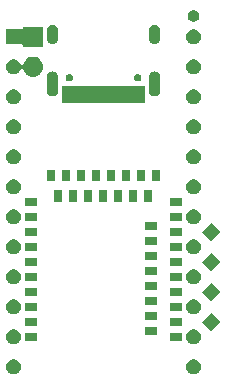
<source format=gbr>
G04 #@! TF.GenerationSoftware,KiCad,Pcbnew,(5.0.0)*
G04 #@! TF.CreationDate,2020-11-29T09:19:22-06:00*
G04 #@! TF.ProjectId,BlueMicro840,426C75654D6963726F3834302E6B6963,rev?*
G04 #@! TF.SameCoordinates,Original*
G04 #@! TF.FileFunction,Soldermask,Bot*
G04 #@! TF.FilePolarity,Negative*
%FSLAX46Y46*%
G04 Gerber Fmt 4.6, Leading zero omitted, Abs format (unit mm)*
G04 Created by KiCad (PCBNEW (5.0.0)) date 11/29/20 09:19:22*
%MOMM*%
%LPD*%
G01*
G04 APERTURE LIST*
%ADD10C,0.100000*%
G04 APERTURE END LIST*
D10*
G36*
X111606756Y-139682178D02*
X111722317Y-139730045D01*
X111826325Y-139799541D01*
X111914767Y-139887983D01*
X111984263Y-139991991D01*
X112032130Y-140107552D01*
X112056533Y-140230234D01*
X112056533Y-140355316D01*
X112032130Y-140477998D01*
X111984263Y-140593559D01*
X111914767Y-140697567D01*
X111826325Y-140786009D01*
X111722317Y-140855505D01*
X111606756Y-140903372D01*
X111484075Y-140927775D01*
X111358991Y-140927775D01*
X111236310Y-140903372D01*
X111120749Y-140855505D01*
X111016741Y-140786009D01*
X110928299Y-140697567D01*
X110858803Y-140593559D01*
X110810936Y-140477998D01*
X110786533Y-140355316D01*
X110786533Y-140230234D01*
X110810936Y-140107552D01*
X110858803Y-139991991D01*
X110928299Y-139887983D01*
X111016741Y-139799541D01*
X111120749Y-139730045D01*
X111236310Y-139682178D01*
X111358991Y-139657775D01*
X111484075Y-139657775D01*
X111606756Y-139682178D01*
X111606756Y-139682178D01*
G37*
G36*
X96366756Y-139682178D02*
X96482317Y-139730045D01*
X96586325Y-139799541D01*
X96674767Y-139887983D01*
X96744263Y-139991991D01*
X96792130Y-140107552D01*
X96816533Y-140230234D01*
X96816533Y-140355316D01*
X96792130Y-140477998D01*
X96744263Y-140593559D01*
X96674767Y-140697567D01*
X96586325Y-140786009D01*
X96482317Y-140855505D01*
X96366756Y-140903372D01*
X96244075Y-140927775D01*
X96118991Y-140927775D01*
X95996310Y-140903372D01*
X95880749Y-140855505D01*
X95776741Y-140786009D01*
X95688299Y-140697567D01*
X95618803Y-140593559D01*
X95570936Y-140477998D01*
X95546533Y-140355316D01*
X95546533Y-140230234D01*
X95570936Y-140107552D01*
X95618803Y-139991991D01*
X95688299Y-139887983D01*
X95776741Y-139799541D01*
X95880749Y-139730045D01*
X95996310Y-139682178D01*
X96118991Y-139657775D01*
X96244075Y-139657775D01*
X96366756Y-139682178D01*
X96366756Y-139682178D01*
G37*
G36*
X96366756Y-137142178D02*
X96482317Y-137190045D01*
X96586325Y-137259541D01*
X96674767Y-137347983D01*
X96744263Y-137451991D01*
X96792130Y-137567552D01*
X96816533Y-137690234D01*
X96816533Y-137815316D01*
X96792130Y-137937998D01*
X96744263Y-138053559D01*
X96674767Y-138157567D01*
X96586325Y-138246009D01*
X96482317Y-138315505D01*
X96366756Y-138363372D01*
X96244075Y-138387775D01*
X96118991Y-138387775D01*
X95996310Y-138363372D01*
X95880749Y-138315505D01*
X95776741Y-138246009D01*
X95688299Y-138157567D01*
X95618803Y-138053559D01*
X95570936Y-137937998D01*
X95546533Y-137815316D01*
X95546533Y-137690234D01*
X95570936Y-137567552D01*
X95618803Y-137451991D01*
X95688299Y-137347983D01*
X95776741Y-137259541D01*
X95880749Y-137190045D01*
X95996310Y-137142178D01*
X96118991Y-137117775D01*
X96244075Y-137117775D01*
X96366756Y-137142178D01*
X96366756Y-137142178D01*
G37*
G36*
X111606756Y-137142178D02*
X111722317Y-137190045D01*
X111826325Y-137259541D01*
X111914767Y-137347983D01*
X111984263Y-137451991D01*
X112032130Y-137567552D01*
X112056533Y-137690234D01*
X112056533Y-137815316D01*
X112032130Y-137937998D01*
X111984263Y-138053559D01*
X111914767Y-138157567D01*
X111826325Y-138246009D01*
X111722317Y-138315505D01*
X111606756Y-138363372D01*
X111484075Y-138387775D01*
X111358991Y-138387775D01*
X111236310Y-138363372D01*
X111120749Y-138315505D01*
X111016741Y-138246009D01*
X110928299Y-138157567D01*
X110858803Y-138053559D01*
X110810936Y-137937998D01*
X110786533Y-137815316D01*
X110786533Y-137690234D01*
X110810936Y-137567552D01*
X110858803Y-137451991D01*
X110928299Y-137347983D01*
X111016741Y-137259541D01*
X111120749Y-137190045D01*
X111236310Y-137142178D01*
X111358991Y-137117775D01*
X111484075Y-137117775D01*
X111606756Y-137142178D01*
X111606756Y-137142178D01*
G37*
G36*
X110420533Y-138077775D02*
X109420533Y-138077775D01*
X109420533Y-137427775D01*
X110420533Y-137427775D01*
X110420533Y-138077775D01*
X110420533Y-138077775D01*
G37*
G36*
X98182533Y-138077775D02*
X97182533Y-138077775D01*
X97182533Y-137427775D01*
X98182533Y-137427775D01*
X98182533Y-138077775D01*
X98182533Y-138077775D01*
G37*
G36*
X108342533Y-137569775D02*
X107342533Y-137569775D01*
X107342533Y-136919775D01*
X108342533Y-136919775D01*
X108342533Y-137569775D01*
X108342533Y-137569775D01*
G37*
G36*
X113723351Y-136482775D02*
X112945533Y-137260593D01*
X112167715Y-136482775D01*
X112945533Y-135704957D01*
X113723351Y-136482775D01*
X113723351Y-136482775D01*
G37*
G36*
X98182533Y-136807775D02*
X97182533Y-136807775D01*
X97182533Y-136157775D01*
X98182533Y-136157775D01*
X98182533Y-136807775D01*
X98182533Y-136807775D01*
G37*
G36*
X110420533Y-136807775D02*
X109420533Y-136807775D01*
X109420533Y-136157775D01*
X110420533Y-136157775D01*
X110420533Y-136807775D01*
X110420533Y-136807775D01*
G37*
G36*
X108342533Y-136299775D02*
X107342533Y-136299775D01*
X107342533Y-135649775D01*
X108342533Y-135649775D01*
X108342533Y-136299775D01*
X108342533Y-136299775D01*
G37*
G36*
X96366756Y-134602178D02*
X96482317Y-134650045D01*
X96586325Y-134719541D01*
X96674767Y-134807983D01*
X96744263Y-134911991D01*
X96792130Y-135027552D01*
X96816533Y-135150234D01*
X96816533Y-135275316D01*
X96792130Y-135397998D01*
X96744263Y-135513559D01*
X96674767Y-135617567D01*
X96586325Y-135706009D01*
X96482317Y-135775505D01*
X96366756Y-135823372D01*
X96244075Y-135847775D01*
X96118991Y-135847775D01*
X95996310Y-135823372D01*
X95880749Y-135775505D01*
X95776741Y-135706009D01*
X95688299Y-135617567D01*
X95618803Y-135513559D01*
X95570936Y-135397998D01*
X95546533Y-135275316D01*
X95546533Y-135150234D01*
X95570936Y-135027552D01*
X95618803Y-134911991D01*
X95688299Y-134807983D01*
X95776741Y-134719541D01*
X95880749Y-134650045D01*
X95996310Y-134602178D01*
X96118991Y-134577775D01*
X96244075Y-134577775D01*
X96366756Y-134602178D01*
X96366756Y-134602178D01*
G37*
G36*
X111606756Y-134602178D02*
X111722317Y-134650045D01*
X111826325Y-134719541D01*
X111914767Y-134807983D01*
X111984263Y-134911991D01*
X112032130Y-135027552D01*
X112056533Y-135150234D01*
X112056533Y-135275316D01*
X112032130Y-135397998D01*
X111984263Y-135513559D01*
X111914767Y-135617567D01*
X111826325Y-135706009D01*
X111722317Y-135775505D01*
X111606756Y-135823372D01*
X111484075Y-135847775D01*
X111358991Y-135847775D01*
X111236310Y-135823372D01*
X111120749Y-135775505D01*
X111016741Y-135706009D01*
X110928299Y-135617567D01*
X110858803Y-135513559D01*
X110810936Y-135397998D01*
X110786533Y-135275316D01*
X110786533Y-135150234D01*
X110810936Y-135027552D01*
X110858803Y-134911991D01*
X110928299Y-134807983D01*
X111016741Y-134719541D01*
X111120749Y-134650045D01*
X111236310Y-134602178D01*
X111358991Y-134577775D01*
X111484075Y-134577775D01*
X111606756Y-134602178D01*
X111606756Y-134602178D01*
G37*
G36*
X98182533Y-135537775D02*
X97182533Y-135537775D01*
X97182533Y-134887775D01*
X98182533Y-134887775D01*
X98182533Y-135537775D01*
X98182533Y-135537775D01*
G37*
G36*
X110420533Y-135537775D02*
X109420533Y-135537775D01*
X109420533Y-134887775D01*
X110420533Y-134887775D01*
X110420533Y-135537775D01*
X110420533Y-135537775D01*
G37*
G36*
X108342533Y-135029775D02*
X107342533Y-135029775D01*
X107342533Y-134379775D01*
X108342533Y-134379775D01*
X108342533Y-135029775D01*
X108342533Y-135029775D01*
G37*
G36*
X113723351Y-133942775D02*
X112945533Y-134720593D01*
X112167715Y-133942775D01*
X112945533Y-133164957D01*
X113723351Y-133942775D01*
X113723351Y-133942775D01*
G37*
G36*
X110420533Y-134267775D02*
X109420533Y-134267775D01*
X109420533Y-133617775D01*
X110420533Y-133617775D01*
X110420533Y-134267775D01*
X110420533Y-134267775D01*
G37*
G36*
X98182533Y-134267775D02*
X97182533Y-134267775D01*
X97182533Y-133617775D01*
X98182533Y-133617775D01*
X98182533Y-134267775D01*
X98182533Y-134267775D01*
G37*
G36*
X108342533Y-133759775D02*
X107342533Y-133759775D01*
X107342533Y-133109775D01*
X108342533Y-133109775D01*
X108342533Y-133759775D01*
X108342533Y-133759775D01*
G37*
G36*
X111606756Y-132062178D02*
X111722317Y-132110045D01*
X111826325Y-132179541D01*
X111914767Y-132267983D01*
X111984263Y-132371991D01*
X112032130Y-132487552D01*
X112056533Y-132610234D01*
X112056533Y-132735316D01*
X112032130Y-132857998D01*
X111984263Y-132973559D01*
X111914767Y-133077567D01*
X111826325Y-133166009D01*
X111722317Y-133235505D01*
X111606756Y-133283372D01*
X111484075Y-133307775D01*
X111358991Y-133307775D01*
X111236310Y-133283372D01*
X111120749Y-133235505D01*
X111016741Y-133166009D01*
X110928299Y-133077567D01*
X110858803Y-132973559D01*
X110810936Y-132857998D01*
X110786533Y-132735316D01*
X110786533Y-132610234D01*
X110810936Y-132487552D01*
X110858803Y-132371991D01*
X110928299Y-132267983D01*
X111016741Y-132179541D01*
X111120749Y-132110045D01*
X111236310Y-132062178D01*
X111358991Y-132037775D01*
X111484075Y-132037775D01*
X111606756Y-132062178D01*
X111606756Y-132062178D01*
G37*
G36*
X96366756Y-132062178D02*
X96482317Y-132110045D01*
X96586325Y-132179541D01*
X96674767Y-132267983D01*
X96744263Y-132371991D01*
X96792130Y-132487552D01*
X96816533Y-132610234D01*
X96816533Y-132735316D01*
X96792130Y-132857998D01*
X96744263Y-132973559D01*
X96674767Y-133077567D01*
X96586325Y-133166009D01*
X96482317Y-133235505D01*
X96366756Y-133283372D01*
X96244075Y-133307775D01*
X96118991Y-133307775D01*
X95996310Y-133283372D01*
X95880749Y-133235505D01*
X95776741Y-133166009D01*
X95688299Y-133077567D01*
X95618803Y-132973559D01*
X95570936Y-132857998D01*
X95546533Y-132735316D01*
X95546533Y-132610234D01*
X95570936Y-132487552D01*
X95618803Y-132371991D01*
X95688299Y-132267983D01*
X95776741Y-132179541D01*
X95880749Y-132110045D01*
X95996310Y-132062178D01*
X96118991Y-132037775D01*
X96244075Y-132037775D01*
X96366756Y-132062178D01*
X96366756Y-132062178D01*
G37*
G36*
X110420533Y-132997775D02*
X109420533Y-132997775D01*
X109420533Y-132347775D01*
X110420533Y-132347775D01*
X110420533Y-132997775D01*
X110420533Y-132997775D01*
G37*
G36*
X98182533Y-132997775D02*
X97182533Y-132997775D01*
X97182533Y-132347775D01*
X98182533Y-132347775D01*
X98182533Y-132997775D01*
X98182533Y-132997775D01*
G37*
G36*
X108342533Y-132489775D02*
X107342533Y-132489775D01*
X107342533Y-131839775D01*
X108342533Y-131839775D01*
X108342533Y-132489775D01*
X108342533Y-132489775D01*
G37*
G36*
X113723351Y-131402775D02*
X112945533Y-132180593D01*
X112167715Y-131402775D01*
X112945533Y-130624957D01*
X113723351Y-131402775D01*
X113723351Y-131402775D01*
G37*
G36*
X110420533Y-131727775D02*
X109420533Y-131727775D01*
X109420533Y-131077775D01*
X110420533Y-131077775D01*
X110420533Y-131727775D01*
X110420533Y-131727775D01*
G37*
G36*
X98182533Y-131727775D02*
X97182533Y-131727775D01*
X97182533Y-131077775D01*
X98182533Y-131077775D01*
X98182533Y-131727775D01*
X98182533Y-131727775D01*
G37*
G36*
X108342533Y-131219775D02*
X107342533Y-131219775D01*
X107342533Y-130569775D01*
X108342533Y-130569775D01*
X108342533Y-131219775D01*
X108342533Y-131219775D01*
G37*
G36*
X96366756Y-129522178D02*
X96482317Y-129570045D01*
X96586325Y-129639541D01*
X96674767Y-129727983D01*
X96744263Y-129831991D01*
X96792130Y-129947552D01*
X96816533Y-130070234D01*
X96816533Y-130195316D01*
X96792130Y-130317998D01*
X96744263Y-130433559D01*
X96674767Y-130537567D01*
X96586325Y-130626009D01*
X96482317Y-130695505D01*
X96366756Y-130743372D01*
X96244075Y-130767775D01*
X96118991Y-130767775D01*
X95996310Y-130743372D01*
X95880749Y-130695505D01*
X95776741Y-130626009D01*
X95688299Y-130537567D01*
X95618803Y-130433559D01*
X95570936Y-130317998D01*
X95546533Y-130195316D01*
X95546533Y-130070234D01*
X95570936Y-129947552D01*
X95618803Y-129831991D01*
X95688299Y-129727983D01*
X95776741Y-129639541D01*
X95880749Y-129570045D01*
X95996310Y-129522178D01*
X96118991Y-129497775D01*
X96244075Y-129497775D01*
X96366756Y-129522178D01*
X96366756Y-129522178D01*
G37*
G36*
X111606756Y-129522178D02*
X111722317Y-129570045D01*
X111826325Y-129639541D01*
X111914767Y-129727983D01*
X111984263Y-129831991D01*
X112032130Y-129947552D01*
X112056533Y-130070234D01*
X112056533Y-130195316D01*
X112032130Y-130317998D01*
X111984263Y-130433559D01*
X111914767Y-130537567D01*
X111826325Y-130626009D01*
X111722317Y-130695505D01*
X111606756Y-130743372D01*
X111484075Y-130767775D01*
X111358991Y-130767775D01*
X111236310Y-130743372D01*
X111120749Y-130695505D01*
X111016741Y-130626009D01*
X110928299Y-130537567D01*
X110858803Y-130433559D01*
X110810936Y-130317998D01*
X110786533Y-130195316D01*
X110786533Y-130070234D01*
X110810936Y-129947552D01*
X110858803Y-129831991D01*
X110928299Y-129727983D01*
X111016741Y-129639541D01*
X111120749Y-129570045D01*
X111236310Y-129522178D01*
X111358991Y-129497775D01*
X111484075Y-129497775D01*
X111606756Y-129522178D01*
X111606756Y-129522178D01*
G37*
G36*
X98182533Y-130457775D02*
X97182533Y-130457775D01*
X97182533Y-129807775D01*
X98182533Y-129807775D01*
X98182533Y-130457775D01*
X98182533Y-130457775D01*
G37*
G36*
X110420533Y-130457775D02*
X109420533Y-130457775D01*
X109420533Y-129807775D01*
X110420533Y-129807775D01*
X110420533Y-130457775D01*
X110420533Y-130457775D01*
G37*
G36*
X108342533Y-129949775D02*
X107342533Y-129949775D01*
X107342533Y-129299775D01*
X108342533Y-129299775D01*
X108342533Y-129949775D01*
X108342533Y-129949775D01*
G37*
G36*
X113723351Y-128862775D02*
X112945533Y-129640593D01*
X112167715Y-128862775D01*
X112945533Y-128084957D01*
X113723351Y-128862775D01*
X113723351Y-128862775D01*
G37*
G36*
X110420533Y-129187775D02*
X109420533Y-129187775D01*
X109420533Y-128537775D01*
X110420533Y-128537775D01*
X110420533Y-129187775D01*
X110420533Y-129187775D01*
G37*
G36*
X98182533Y-129187775D02*
X97182533Y-129187775D01*
X97182533Y-128537775D01*
X98182533Y-128537775D01*
X98182533Y-129187775D01*
X98182533Y-129187775D01*
G37*
G36*
X108342533Y-128679775D02*
X107342533Y-128679775D01*
X107342533Y-128029775D01*
X108342533Y-128029775D01*
X108342533Y-128679775D01*
X108342533Y-128679775D01*
G37*
G36*
X96366756Y-126982178D02*
X96482317Y-127030045D01*
X96586325Y-127099541D01*
X96674767Y-127187983D01*
X96744263Y-127291991D01*
X96792130Y-127407552D01*
X96816533Y-127530234D01*
X96816533Y-127655316D01*
X96792130Y-127777998D01*
X96744263Y-127893559D01*
X96674767Y-127997567D01*
X96586325Y-128086009D01*
X96482317Y-128155505D01*
X96366756Y-128203372D01*
X96244075Y-128227775D01*
X96118991Y-128227775D01*
X95996310Y-128203372D01*
X95880749Y-128155505D01*
X95776741Y-128086009D01*
X95688299Y-127997567D01*
X95618803Y-127893559D01*
X95570936Y-127777998D01*
X95546533Y-127655316D01*
X95546533Y-127530234D01*
X95570936Y-127407552D01*
X95618803Y-127291991D01*
X95688299Y-127187983D01*
X95776741Y-127099541D01*
X95880749Y-127030045D01*
X95996310Y-126982178D01*
X96118991Y-126957775D01*
X96244075Y-126957775D01*
X96366756Y-126982178D01*
X96366756Y-126982178D01*
G37*
G36*
X111606756Y-126982178D02*
X111722317Y-127030045D01*
X111826325Y-127099541D01*
X111914767Y-127187983D01*
X111984263Y-127291991D01*
X112032130Y-127407552D01*
X112056533Y-127530234D01*
X112056533Y-127655316D01*
X112032130Y-127777998D01*
X111984263Y-127893559D01*
X111914767Y-127997567D01*
X111826325Y-128086009D01*
X111722317Y-128155505D01*
X111606756Y-128203372D01*
X111484075Y-128227775D01*
X111358991Y-128227775D01*
X111236310Y-128203372D01*
X111120749Y-128155505D01*
X111016741Y-128086009D01*
X110928299Y-127997567D01*
X110858803Y-127893559D01*
X110810936Y-127777998D01*
X110786533Y-127655316D01*
X110786533Y-127530234D01*
X110810936Y-127407552D01*
X110858803Y-127291991D01*
X110928299Y-127187983D01*
X111016741Y-127099541D01*
X111120749Y-127030045D01*
X111236310Y-126982178D01*
X111358991Y-126957775D01*
X111484075Y-126957775D01*
X111606756Y-126982178D01*
X111606756Y-126982178D01*
G37*
G36*
X110420533Y-127917775D02*
X109420533Y-127917775D01*
X109420533Y-127267775D01*
X110420533Y-127267775D01*
X110420533Y-127917775D01*
X110420533Y-127917775D01*
G37*
G36*
X98182533Y-127917775D02*
X97182533Y-127917775D01*
X97182533Y-127267775D01*
X98182533Y-127267775D01*
X98182533Y-127917775D01*
X98182533Y-127917775D01*
G37*
G36*
X98182533Y-126647775D02*
X97182533Y-126647775D01*
X97182533Y-125997775D01*
X98182533Y-125997775D01*
X98182533Y-126647775D01*
X98182533Y-126647775D01*
G37*
G36*
X110420533Y-126647775D02*
X109420533Y-126647775D01*
X109420533Y-125997775D01*
X110420533Y-125997775D01*
X110420533Y-126647775D01*
X110420533Y-126647775D01*
G37*
G36*
X101563533Y-126314775D02*
X100913533Y-126314775D01*
X100913533Y-125314775D01*
X101563533Y-125314775D01*
X101563533Y-126314775D01*
X101563533Y-126314775D01*
G37*
G36*
X107913533Y-126314775D02*
X107263533Y-126314775D01*
X107263533Y-125314775D01*
X107913533Y-125314775D01*
X107913533Y-126314775D01*
X107913533Y-126314775D01*
G37*
G36*
X106643533Y-126314775D02*
X105993533Y-126314775D01*
X105993533Y-125314775D01*
X106643533Y-125314775D01*
X106643533Y-126314775D01*
X106643533Y-126314775D01*
G37*
G36*
X105373533Y-126314775D02*
X104723533Y-126314775D01*
X104723533Y-125314775D01*
X105373533Y-125314775D01*
X105373533Y-126314775D01*
X105373533Y-126314775D01*
G37*
G36*
X104103533Y-126314775D02*
X103453533Y-126314775D01*
X103453533Y-125314775D01*
X104103533Y-125314775D01*
X104103533Y-126314775D01*
X104103533Y-126314775D01*
G37*
G36*
X102833533Y-126314775D02*
X102183533Y-126314775D01*
X102183533Y-125314775D01*
X102833533Y-125314775D01*
X102833533Y-126314775D01*
X102833533Y-126314775D01*
G37*
G36*
X100293533Y-126314775D02*
X99643533Y-126314775D01*
X99643533Y-125314775D01*
X100293533Y-125314775D01*
X100293533Y-126314775D01*
X100293533Y-126314775D01*
G37*
G36*
X96366756Y-124442178D02*
X96482317Y-124490045D01*
X96586325Y-124559541D01*
X96674767Y-124647983D01*
X96744263Y-124751991D01*
X96792130Y-124867552D01*
X96816533Y-124990234D01*
X96816533Y-125115316D01*
X96792130Y-125237998D01*
X96744263Y-125353559D01*
X96674767Y-125457567D01*
X96586325Y-125546009D01*
X96482317Y-125615505D01*
X96366756Y-125663372D01*
X96244075Y-125687775D01*
X96118991Y-125687775D01*
X95996310Y-125663372D01*
X95880749Y-125615505D01*
X95776741Y-125546009D01*
X95688299Y-125457567D01*
X95618803Y-125353559D01*
X95570936Y-125237998D01*
X95546533Y-125115316D01*
X95546533Y-124990234D01*
X95570936Y-124867552D01*
X95618803Y-124751991D01*
X95688299Y-124647983D01*
X95776741Y-124559541D01*
X95880749Y-124490045D01*
X95996310Y-124442178D01*
X96118991Y-124417775D01*
X96244075Y-124417775D01*
X96366756Y-124442178D01*
X96366756Y-124442178D01*
G37*
G36*
X111606756Y-124442178D02*
X111722317Y-124490045D01*
X111826325Y-124559541D01*
X111914767Y-124647983D01*
X111984263Y-124751991D01*
X112032130Y-124867552D01*
X112056533Y-124990234D01*
X112056533Y-125115316D01*
X112032130Y-125237998D01*
X111984263Y-125353559D01*
X111914767Y-125457567D01*
X111826325Y-125546009D01*
X111722317Y-125615505D01*
X111606756Y-125663372D01*
X111484075Y-125687775D01*
X111358991Y-125687775D01*
X111236310Y-125663372D01*
X111120749Y-125615505D01*
X111016741Y-125546009D01*
X110928299Y-125457567D01*
X110858803Y-125353559D01*
X110810936Y-125237998D01*
X110786533Y-125115316D01*
X110786533Y-124990234D01*
X110810936Y-124867552D01*
X110858803Y-124751991D01*
X110928299Y-124647983D01*
X111016741Y-124559541D01*
X111120749Y-124490045D01*
X111236310Y-124442178D01*
X111358991Y-124417775D01*
X111484075Y-124417775D01*
X111606756Y-124442178D01*
X111606756Y-124442178D01*
G37*
G36*
X106006533Y-124603775D02*
X105356533Y-124603775D01*
X105356533Y-123603775D01*
X106006533Y-123603775D01*
X106006533Y-124603775D01*
X106006533Y-124603775D01*
G37*
G36*
X104736533Y-124603775D02*
X104086533Y-124603775D01*
X104086533Y-123603775D01*
X104736533Y-123603775D01*
X104736533Y-124603775D01*
X104736533Y-124603775D01*
G37*
G36*
X103466533Y-124603775D02*
X102816533Y-124603775D01*
X102816533Y-123603775D01*
X103466533Y-123603775D01*
X103466533Y-124603775D01*
X103466533Y-124603775D01*
G37*
G36*
X108546533Y-124603775D02*
X107896533Y-124603775D01*
X107896533Y-123603775D01*
X108546533Y-123603775D01*
X108546533Y-124603775D01*
X108546533Y-124603775D01*
G37*
G36*
X99656533Y-124603775D02*
X99006533Y-124603775D01*
X99006533Y-123603775D01*
X99656533Y-123603775D01*
X99656533Y-124603775D01*
X99656533Y-124603775D01*
G37*
G36*
X100926533Y-124603775D02*
X100276533Y-124603775D01*
X100276533Y-123603775D01*
X100926533Y-123603775D01*
X100926533Y-124603775D01*
X100926533Y-124603775D01*
G37*
G36*
X102196533Y-124603775D02*
X101546533Y-124603775D01*
X101546533Y-123603775D01*
X102196533Y-123603775D01*
X102196533Y-124603775D01*
X102196533Y-124603775D01*
G37*
G36*
X107276533Y-124603775D02*
X106626533Y-124603775D01*
X106626533Y-123603775D01*
X107276533Y-123603775D01*
X107276533Y-124603775D01*
X107276533Y-124603775D01*
G37*
G36*
X96366756Y-121902178D02*
X96482317Y-121950045D01*
X96586325Y-122019541D01*
X96674767Y-122107983D01*
X96744263Y-122211991D01*
X96792130Y-122327552D01*
X96816533Y-122450234D01*
X96816533Y-122575316D01*
X96792130Y-122697998D01*
X96744263Y-122813559D01*
X96674767Y-122917567D01*
X96586325Y-123006009D01*
X96482317Y-123075505D01*
X96366756Y-123123372D01*
X96244075Y-123147775D01*
X96118991Y-123147775D01*
X95996310Y-123123372D01*
X95880749Y-123075505D01*
X95776741Y-123006009D01*
X95688299Y-122917567D01*
X95618803Y-122813559D01*
X95570936Y-122697998D01*
X95546533Y-122575316D01*
X95546533Y-122450234D01*
X95570936Y-122327552D01*
X95618803Y-122211991D01*
X95688299Y-122107983D01*
X95776741Y-122019541D01*
X95880749Y-121950045D01*
X95996310Y-121902178D01*
X96118991Y-121877775D01*
X96244075Y-121877775D01*
X96366756Y-121902178D01*
X96366756Y-121902178D01*
G37*
G36*
X111606756Y-121902178D02*
X111722317Y-121950045D01*
X111826325Y-122019541D01*
X111914767Y-122107983D01*
X111984263Y-122211991D01*
X112032130Y-122327552D01*
X112056533Y-122450234D01*
X112056533Y-122575316D01*
X112032130Y-122697998D01*
X111984263Y-122813559D01*
X111914767Y-122917567D01*
X111826325Y-123006009D01*
X111722317Y-123075505D01*
X111606756Y-123123372D01*
X111484075Y-123147775D01*
X111358991Y-123147775D01*
X111236310Y-123123372D01*
X111120749Y-123075505D01*
X111016741Y-123006009D01*
X110928299Y-122917567D01*
X110858803Y-122813559D01*
X110810936Y-122697998D01*
X110786533Y-122575316D01*
X110786533Y-122450234D01*
X110810936Y-122327552D01*
X110858803Y-122211991D01*
X110928299Y-122107983D01*
X111016741Y-122019541D01*
X111120749Y-121950045D01*
X111236310Y-121902178D01*
X111358991Y-121877775D01*
X111484075Y-121877775D01*
X111606756Y-121902178D01*
X111606756Y-121902178D01*
G37*
G36*
X111606756Y-119362178D02*
X111722317Y-119410045D01*
X111826325Y-119479541D01*
X111914767Y-119567983D01*
X111984263Y-119671991D01*
X112032130Y-119787552D01*
X112056533Y-119910234D01*
X112056533Y-120035316D01*
X112032130Y-120157998D01*
X111984263Y-120273559D01*
X111914767Y-120377567D01*
X111826325Y-120466009D01*
X111722317Y-120535505D01*
X111606756Y-120583372D01*
X111484075Y-120607775D01*
X111358991Y-120607775D01*
X111236310Y-120583372D01*
X111120749Y-120535505D01*
X111016741Y-120466009D01*
X110928299Y-120377567D01*
X110858803Y-120273559D01*
X110810936Y-120157998D01*
X110786533Y-120035316D01*
X110786533Y-119910234D01*
X110810936Y-119787552D01*
X110858803Y-119671991D01*
X110928299Y-119567983D01*
X111016741Y-119479541D01*
X111120749Y-119410045D01*
X111236310Y-119362178D01*
X111358991Y-119337775D01*
X111484075Y-119337775D01*
X111606756Y-119362178D01*
X111606756Y-119362178D01*
G37*
G36*
X96366756Y-119362178D02*
X96482317Y-119410045D01*
X96586325Y-119479541D01*
X96674767Y-119567983D01*
X96744263Y-119671991D01*
X96792130Y-119787552D01*
X96816533Y-119910234D01*
X96816533Y-120035316D01*
X96792130Y-120157998D01*
X96744263Y-120273559D01*
X96674767Y-120377567D01*
X96586325Y-120466009D01*
X96482317Y-120535505D01*
X96366756Y-120583372D01*
X96244075Y-120607775D01*
X96118991Y-120607775D01*
X95996310Y-120583372D01*
X95880749Y-120535505D01*
X95776741Y-120466009D01*
X95688299Y-120377567D01*
X95618803Y-120273559D01*
X95570936Y-120157998D01*
X95546533Y-120035316D01*
X95546533Y-119910234D01*
X95570936Y-119787552D01*
X95618803Y-119671991D01*
X95688299Y-119567983D01*
X95776741Y-119479541D01*
X95880749Y-119410045D01*
X95996310Y-119362178D01*
X96118991Y-119337775D01*
X96244075Y-119337775D01*
X96366756Y-119362178D01*
X96366756Y-119362178D01*
G37*
G36*
X111606756Y-116822178D02*
X111722317Y-116870045D01*
X111826325Y-116939541D01*
X111914767Y-117027983D01*
X111984263Y-117131991D01*
X112032130Y-117247552D01*
X112056533Y-117370234D01*
X112056533Y-117495316D01*
X112032130Y-117617998D01*
X111984263Y-117733559D01*
X111914767Y-117837567D01*
X111826325Y-117926009D01*
X111722317Y-117995505D01*
X111606756Y-118043372D01*
X111484075Y-118067775D01*
X111358991Y-118067775D01*
X111236310Y-118043372D01*
X111120749Y-117995505D01*
X111016741Y-117926009D01*
X110928299Y-117837567D01*
X110858803Y-117733559D01*
X110810936Y-117617998D01*
X110786533Y-117495316D01*
X110786533Y-117370234D01*
X110810936Y-117247552D01*
X110858803Y-117131991D01*
X110928299Y-117027983D01*
X111016741Y-116939541D01*
X111120749Y-116870045D01*
X111236310Y-116822178D01*
X111358991Y-116797775D01*
X111484075Y-116797775D01*
X111606756Y-116822178D01*
X111606756Y-116822178D01*
G37*
G36*
X96366756Y-116822178D02*
X96482317Y-116870045D01*
X96586325Y-116939541D01*
X96674767Y-117027983D01*
X96744263Y-117131991D01*
X96792130Y-117247552D01*
X96816533Y-117370234D01*
X96816533Y-117495316D01*
X96792130Y-117617998D01*
X96744263Y-117733559D01*
X96674767Y-117837567D01*
X96586325Y-117926009D01*
X96482317Y-117995505D01*
X96366756Y-118043372D01*
X96244075Y-118067775D01*
X96118991Y-118067775D01*
X95996310Y-118043372D01*
X95880749Y-117995505D01*
X95776741Y-117926009D01*
X95688299Y-117837567D01*
X95618803Y-117733559D01*
X95570936Y-117617998D01*
X95546533Y-117495316D01*
X95546533Y-117370234D01*
X95570936Y-117247552D01*
X95618803Y-117131991D01*
X95688299Y-117027983D01*
X95776741Y-116939541D01*
X95880749Y-116870045D01*
X95996310Y-116822178D01*
X96118991Y-116797775D01*
X96244075Y-116797775D01*
X96366756Y-116822178D01*
X96366756Y-116822178D01*
G37*
G36*
X107326533Y-117982775D02*
X100276533Y-117982775D01*
X100276533Y-116532775D01*
X107326533Y-116532775D01*
X107326533Y-117982775D01*
X107326533Y-117982775D01*
G37*
G36*
X99579547Y-115300009D02*
X99673800Y-115328600D01*
X99714596Y-115350406D01*
X99760662Y-115375029D01*
X99836797Y-115437511D01*
X99836798Y-115437513D01*
X99836800Y-115437514D01*
X99878047Y-115487775D01*
X99899279Y-115513646D01*
X99905220Y-115524761D01*
X99945708Y-115600507D01*
X99974299Y-115694760D01*
X99981533Y-115768211D01*
X99981533Y-116917339D01*
X99974299Y-116990790D01*
X99945708Y-117085043D01*
X99920890Y-117131472D01*
X99899279Y-117171904D01*
X99836797Y-117248039D01*
X99760662Y-117310521D01*
X99720230Y-117332132D01*
X99673801Y-117356950D01*
X99579548Y-117385541D01*
X99481533Y-117395194D01*
X99383519Y-117385541D01*
X99289266Y-117356950D01*
X99242837Y-117332132D01*
X99202405Y-117310521D01*
X99126270Y-117248039D01*
X99063788Y-117171904D01*
X99042177Y-117131472D01*
X99017359Y-117085043D01*
X98988768Y-116990790D01*
X98981534Y-116917339D01*
X98981533Y-115768212D01*
X98988767Y-115694761D01*
X99017358Y-115600508D01*
X99057846Y-115524761D01*
X99063787Y-115513646D01*
X99126269Y-115437511D01*
X99126271Y-115437510D01*
X99126272Y-115437508D01*
X99202403Y-115375030D01*
X99202402Y-115375030D01*
X99202404Y-115375029D01*
X99242836Y-115353418D01*
X99289265Y-115328600D01*
X99383518Y-115300009D01*
X99481533Y-115290356D01*
X99579547Y-115300009D01*
X99579547Y-115300009D01*
G37*
G36*
X108219547Y-115300009D02*
X108313800Y-115328600D01*
X108354596Y-115350406D01*
X108400662Y-115375029D01*
X108476797Y-115437511D01*
X108476798Y-115437513D01*
X108476800Y-115437514D01*
X108518047Y-115487775D01*
X108539279Y-115513646D01*
X108545220Y-115524761D01*
X108585708Y-115600507D01*
X108614299Y-115694760D01*
X108621533Y-115768211D01*
X108621533Y-116917339D01*
X108614299Y-116990790D01*
X108585708Y-117085043D01*
X108560890Y-117131472D01*
X108539279Y-117171904D01*
X108476797Y-117248039D01*
X108400662Y-117310521D01*
X108360230Y-117332132D01*
X108313801Y-117356950D01*
X108219548Y-117385541D01*
X108121533Y-117395194D01*
X108023519Y-117385541D01*
X107929266Y-117356950D01*
X107882837Y-117332132D01*
X107842405Y-117310521D01*
X107766270Y-117248039D01*
X107703788Y-117171904D01*
X107682177Y-117131472D01*
X107657359Y-117085043D01*
X107628768Y-116990790D01*
X107621534Y-116917339D01*
X107621533Y-115768212D01*
X107628767Y-115694761D01*
X107657358Y-115600508D01*
X107697846Y-115524761D01*
X107703787Y-115513646D01*
X107766269Y-115437511D01*
X107766271Y-115437510D01*
X107766272Y-115437508D01*
X107842403Y-115375030D01*
X107842402Y-115375030D01*
X107842404Y-115375029D01*
X107882836Y-115353418D01*
X107929265Y-115328600D01*
X108023518Y-115300009D01*
X108121533Y-115290356D01*
X108219547Y-115300009D01*
X108219547Y-115300009D01*
G37*
G36*
X101006332Y-115500264D02*
X101038646Y-115513649D01*
X101065474Y-115524761D01*
X101065475Y-115524762D01*
X101065478Y-115524763D01*
X101118709Y-115560331D01*
X101163977Y-115605599D01*
X101199545Y-115658830D01*
X101224044Y-115717976D01*
X101236533Y-115780765D01*
X101236533Y-115844785D01*
X101224044Y-115907574D01*
X101199545Y-115966720D01*
X101163977Y-116019951D01*
X101118709Y-116065219D01*
X101065478Y-116100787D01*
X101065475Y-116100788D01*
X101065474Y-116100789D01*
X101052076Y-116106338D01*
X101006332Y-116125286D01*
X100943543Y-116137775D01*
X100879523Y-116137775D01*
X100816734Y-116125286D01*
X100770990Y-116106338D01*
X100757592Y-116100789D01*
X100757591Y-116100788D01*
X100757588Y-116100787D01*
X100704357Y-116065219D01*
X100659089Y-116019951D01*
X100623521Y-115966720D01*
X100599022Y-115907574D01*
X100586533Y-115844785D01*
X100586533Y-115780765D01*
X100599022Y-115717976D01*
X100623521Y-115658830D01*
X100659089Y-115605599D01*
X100704357Y-115560331D01*
X100757588Y-115524763D01*
X100757591Y-115524762D01*
X100757592Y-115524761D01*
X100784420Y-115513649D01*
X100816734Y-115500264D01*
X100879523Y-115487775D01*
X100943543Y-115487775D01*
X101006332Y-115500264D01*
X101006332Y-115500264D01*
G37*
G36*
X106786332Y-115500264D02*
X106818646Y-115513649D01*
X106845474Y-115524761D01*
X106845475Y-115524762D01*
X106845478Y-115524763D01*
X106898709Y-115560331D01*
X106943977Y-115605599D01*
X106979545Y-115658830D01*
X107004044Y-115717976D01*
X107016533Y-115780765D01*
X107016533Y-115844785D01*
X107004044Y-115907574D01*
X106979545Y-115966720D01*
X106943977Y-116019951D01*
X106898709Y-116065219D01*
X106845478Y-116100787D01*
X106845475Y-116100788D01*
X106845474Y-116100789D01*
X106832076Y-116106338D01*
X106786332Y-116125286D01*
X106723543Y-116137775D01*
X106659523Y-116137775D01*
X106596734Y-116125286D01*
X106550990Y-116106338D01*
X106537592Y-116100789D01*
X106537591Y-116100788D01*
X106537588Y-116100787D01*
X106484357Y-116065219D01*
X106439089Y-116019951D01*
X106403521Y-115966720D01*
X106379022Y-115907574D01*
X106366533Y-115844785D01*
X106366533Y-115780765D01*
X106379022Y-115717976D01*
X106403521Y-115658830D01*
X106439089Y-115605599D01*
X106484357Y-115560331D01*
X106537588Y-115524763D01*
X106537591Y-115524762D01*
X106537592Y-115524761D01*
X106564420Y-115513649D01*
X106596734Y-115500264D01*
X106659523Y-115487775D01*
X106723543Y-115487775D01*
X106786332Y-115500264D01*
X106786332Y-115500264D01*
G37*
G36*
X97999163Y-114055074D02*
X98159388Y-114103678D01*
X98307053Y-114182606D01*
X98436482Y-114288826D01*
X98542702Y-114418255D01*
X98621630Y-114565920D01*
X98670234Y-114726145D01*
X98686645Y-114892775D01*
X98670234Y-115059405D01*
X98621630Y-115219630D01*
X98542702Y-115367295D01*
X98436482Y-115496724D01*
X98307053Y-115602944D01*
X98159388Y-115681872D01*
X97999163Y-115730476D01*
X97874285Y-115742775D01*
X97790781Y-115742775D01*
X97665903Y-115730476D01*
X97505678Y-115681872D01*
X97358013Y-115602944D01*
X97228584Y-115496724D01*
X97122364Y-115367295D01*
X97063826Y-115257777D01*
X97043436Y-115219630D01*
X97035528Y-115193559D01*
X97013807Y-115121957D01*
X97004430Y-115099318D01*
X96990816Y-115078943D01*
X96973489Y-115061616D01*
X96953114Y-115048002D01*
X96930475Y-115038625D01*
X96906441Y-115033845D01*
X96881937Y-115033845D01*
X96857904Y-115038626D01*
X96835265Y-115048003D01*
X96814890Y-115061617D01*
X96797563Y-115078944D01*
X96778705Y-115110408D01*
X96744263Y-115193560D01*
X96674767Y-115297567D01*
X96586325Y-115386009D01*
X96482317Y-115455505D01*
X96366756Y-115503372D01*
X96244075Y-115527775D01*
X96118991Y-115527775D01*
X95996310Y-115503372D01*
X95880749Y-115455505D01*
X95776741Y-115386009D01*
X95688299Y-115297567D01*
X95618803Y-115193559D01*
X95570936Y-115077998D01*
X95546533Y-114955316D01*
X95546533Y-114830234D01*
X95570936Y-114707552D01*
X95618803Y-114591991D01*
X95688299Y-114487983D01*
X95776741Y-114399541D01*
X95880749Y-114330045D01*
X95996310Y-114282178D01*
X96118991Y-114257775D01*
X96244075Y-114257775D01*
X96366756Y-114282178D01*
X96482317Y-114330045D01*
X96586325Y-114399541D01*
X96674767Y-114487983D01*
X96744263Y-114591990D01*
X96778705Y-114675142D01*
X96790256Y-114696753D01*
X96805801Y-114715695D01*
X96824743Y-114731240D01*
X96846354Y-114742792D01*
X96869803Y-114749905D01*
X96894190Y-114752307D01*
X96918576Y-114749905D01*
X96942025Y-114742792D01*
X96963636Y-114731241D01*
X96982578Y-114715696D01*
X96998123Y-114696754D01*
X97013807Y-114663593D01*
X97043436Y-114565921D01*
X97043436Y-114565920D01*
X97085093Y-114487986D01*
X97122364Y-114418255D01*
X97228584Y-114288826D01*
X97358013Y-114182606D01*
X97505678Y-114103678D01*
X97665903Y-114055074D01*
X97790781Y-114042775D01*
X97874285Y-114042775D01*
X97999163Y-114055074D01*
X97999163Y-114055074D01*
G37*
G36*
X111606756Y-114282178D02*
X111722317Y-114330045D01*
X111826325Y-114399541D01*
X111914767Y-114487983D01*
X111984263Y-114591991D01*
X112032130Y-114707552D01*
X112056533Y-114830234D01*
X112056533Y-114955316D01*
X112032130Y-115077998D01*
X111984263Y-115193559D01*
X111914767Y-115297567D01*
X111826325Y-115386009D01*
X111722317Y-115455505D01*
X111606756Y-115503372D01*
X111484075Y-115527775D01*
X111358991Y-115527775D01*
X111236310Y-115503372D01*
X111120749Y-115455505D01*
X111016741Y-115386009D01*
X110928299Y-115297567D01*
X110858803Y-115193559D01*
X110810936Y-115077998D01*
X110786533Y-114955316D01*
X110786533Y-114830234D01*
X110810936Y-114707552D01*
X110858803Y-114591991D01*
X110928299Y-114487983D01*
X111016741Y-114399541D01*
X111120749Y-114330045D01*
X111236310Y-114282178D01*
X111358991Y-114257775D01*
X111484075Y-114257775D01*
X111606756Y-114282178D01*
X111606756Y-114282178D01*
G37*
G36*
X98682533Y-113202775D02*
X96982533Y-113202775D01*
X96982533Y-113102775D01*
X96980131Y-113078389D01*
X96973018Y-113054940D01*
X96961467Y-113033329D01*
X96945921Y-113014387D01*
X96926979Y-112998841D01*
X96905368Y-112987290D01*
X96881919Y-112980177D01*
X96857533Y-112977775D01*
X95556533Y-112977775D01*
X95556533Y-111727775D01*
X96857533Y-111727775D01*
X96881919Y-111725373D01*
X96905368Y-111718260D01*
X96926979Y-111706709D01*
X96945921Y-111691163D01*
X96961467Y-111672221D01*
X96973018Y-111650610D01*
X96980131Y-111627161D01*
X96982533Y-111602775D01*
X96982533Y-111502775D01*
X98682533Y-111502775D01*
X98682533Y-113202775D01*
X98682533Y-113202775D01*
G37*
G36*
X111606756Y-111742178D02*
X111722317Y-111790045D01*
X111826325Y-111859541D01*
X111914767Y-111947983D01*
X111984263Y-112051991D01*
X112032130Y-112167552D01*
X112056533Y-112290234D01*
X112056533Y-112415316D01*
X112032130Y-112537998D01*
X111984263Y-112653559D01*
X111914767Y-112757567D01*
X111826325Y-112846009D01*
X111722317Y-112915505D01*
X111606756Y-112963372D01*
X111484075Y-112987775D01*
X111358991Y-112987775D01*
X111236310Y-112963372D01*
X111120749Y-112915505D01*
X111016741Y-112846009D01*
X110928299Y-112757567D01*
X110858803Y-112653559D01*
X110810936Y-112537998D01*
X110786533Y-112415316D01*
X110786533Y-112290234D01*
X110810936Y-112167552D01*
X110858803Y-112051991D01*
X110928299Y-111947983D01*
X111016741Y-111859541D01*
X111120749Y-111790045D01*
X111236310Y-111742178D01*
X111358991Y-111717775D01*
X111484075Y-111717775D01*
X111606756Y-111742178D01*
X111606756Y-111742178D01*
G37*
G36*
X99579547Y-111370009D02*
X99673800Y-111398600D01*
X99714596Y-111420406D01*
X99760662Y-111445029D01*
X99836797Y-111507511D01*
X99836798Y-111507513D01*
X99836800Y-111507514D01*
X99883659Y-111564612D01*
X99899279Y-111583646D01*
X99920890Y-111624078D01*
X99945708Y-111670507D01*
X99974299Y-111764760D01*
X99981533Y-111838211D01*
X99981533Y-112487339D01*
X99974299Y-112560790D01*
X99945708Y-112655043D01*
X99920890Y-112701472D01*
X99899279Y-112741904D01*
X99836797Y-112818039D01*
X99760662Y-112880521D01*
X99720230Y-112902132D01*
X99673801Y-112926950D01*
X99579548Y-112955541D01*
X99481533Y-112965194D01*
X99383519Y-112955541D01*
X99289266Y-112926950D01*
X99242837Y-112902132D01*
X99202405Y-112880521D01*
X99126270Y-112818039D01*
X99076642Y-112757567D01*
X99063790Y-112741907D01*
X99017357Y-112655040D01*
X98988767Y-112560790D01*
X98981533Y-112487339D01*
X98981533Y-111838212D01*
X98988767Y-111764761D01*
X99017358Y-111670508D01*
X99040528Y-111627161D01*
X99063787Y-111583646D01*
X99126269Y-111507511D01*
X99126271Y-111507510D01*
X99126272Y-111507508D01*
X99202403Y-111445030D01*
X99202402Y-111445030D01*
X99202404Y-111445029D01*
X99242836Y-111423418D01*
X99289265Y-111398600D01*
X99383518Y-111370009D01*
X99481533Y-111360356D01*
X99579547Y-111370009D01*
X99579547Y-111370009D01*
G37*
G36*
X108219547Y-111370009D02*
X108313800Y-111398600D01*
X108354596Y-111420406D01*
X108400662Y-111445029D01*
X108476797Y-111507511D01*
X108476798Y-111507513D01*
X108476800Y-111507514D01*
X108523659Y-111564612D01*
X108539279Y-111583646D01*
X108560890Y-111624078D01*
X108585708Y-111670507D01*
X108614299Y-111764760D01*
X108621533Y-111838211D01*
X108621533Y-112487339D01*
X108614299Y-112560790D01*
X108585708Y-112655043D01*
X108560890Y-112701472D01*
X108539279Y-112741904D01*
X108476797Y-112818039D01*
X108400662Y-112880521D01*
X108360230Y-112902132D01*
X108313801Y-112926950D01*
X108219548Y-112955541D01*
X108121533Y-112965194D01*
X108023519Y-112955541D01*
X107929266Y-112926950D01*
X107882837Y-112902132D01*
X107842405Y-112880521D01*
X107766270Y-112818039D01*
X107716642Y-112757567D01*
X107703790Y-112741907D01*
X107657357Y-112655040D01*
X107628767Y-112560790D01*
X107621533Y-112487339D01*
X107621533Y-111838212D01*
X107628767Y-111764761D01*
X107657358Y-111670508D01*
X107680528Y-111627161D01*
X107703787Y-111583646D01*
X107766269Y-111507511D01*
X107766271Y-111507510D01*
X107766272Y-111507508D01*
X107842403Y-111445030D01*
X107842402Y-111445030D01*
X107842404Y-111445029D01*
X107882836Y-111423418D01*
X107929265Y-111398600D01*
X108023518Y-111370009D01*
X108121533Y-111360356D01*
X108219547Y-111370009D01*
X108219547Y-111370009D01*
G37*
G36*
X111567378Y-110093990D02*
X111658372Y-110131681D01*
X111739173Y-110185671D01*
X111740267Y-110186402D01*
X111809906Y-110256041D01*
X111864628Y-110337938D01*
X111902318Y-110428930D01*
X111921533Y-110525530D01*
X111921533Y-110624020D01*
X111902318Y-110720620D01*
X111864628Y-110811612D01*
X111809906Y-110893509D01*
X111740267Y-110963148D01*
X111740264Y-110963150D01*
X111658372Y-111017869D01*
X111567378Y-111055560D01*
X111470779Y-111074775D01*
X111372287Y-111074775D01*
X111275688Y-111055560D01*
X111184694Y-111017869D01*
X111102802Y-110963150D01*
X111102799Y-110963148D01*
X111033160Y-110893509D01*
X110978438Y-110811612D01*
X110940748Y-110720620D01*
X110921533Y-110624020D01*
X110921533Y-110525530D01*
X110940748Y-110428930D01*
X110978438Y-110337938D01*
X111033160Y-110256041D01*
X111102799Y-110186402D01*
X111103893Y-110185671D01*
X111184694Y-110131681D01*
X111275688Y-110093990D01*
X111372287Y-110074775D01*
X111470779Y-110074775D01*
X111567378Y-110093990D01*
X111567378Y-110093990D01*
G37*
M02*

</source>
